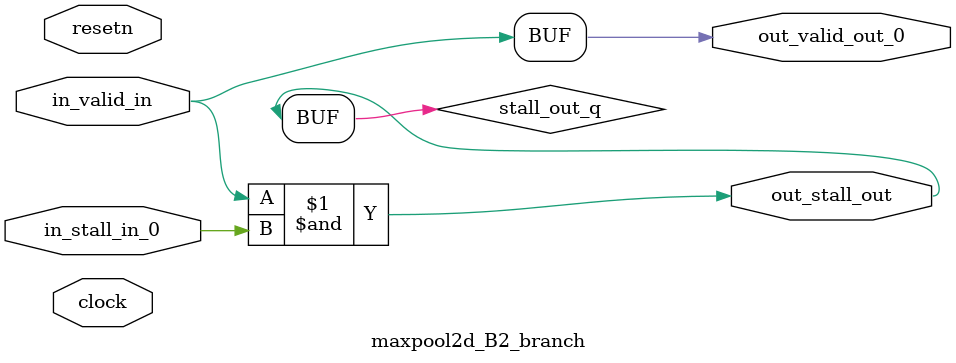
<source format=sv>



(* altera_attribute = "-name AUTO_SHIFT_REGISTER_RECOGNITION OFF; -name MESSAGE_DISABLE 10036; -name MESSAGE_DISABLE 10037; -name MESSAGE_DISABLE 14130; -name MESSAGE_DISABLE 14320; -name MESSAGE_DISABLE 15400; -name MESSAGE_DISABLE 14130; -name MESSAGE_DISABLE 10036; -name MESSAGE_DISABLE 12020; -name MESSAGE_DISABLE 12030; -name MESSAGE_DISABLE 12010; -name MESSAGE_DISABLE 12110; -name MESSAGE_DISABLE 14320; -name MESSAGE_DISABLE 13410; -name MESSAGE_DISABLE 113007; -name MESSAGE_DISABLE 10958" *)
module maxpool2d_B2_branch (
    input wire [0:0] in_stall_in_0,
    input wire [0:0] in_valid_in,
    output wire [0:0] out_stall_out,
    output wire [0:0] out_valid_out_0,
    input wire clock,
    input wire resetn
    );

    wire [0:0] stall_out_q;


    // stall_out(LOGICAL,6)
    assign stall_out_q = in_valid_in & in_stall_in_0;

    // out_stall_out(GPOUT,4)
    assign out_stall_out = stall_out_q;

    // out_valid_out_0(GPOUT,5)
    assign out_valid_out_0 = in_valid_in;

endmodule

</source>
